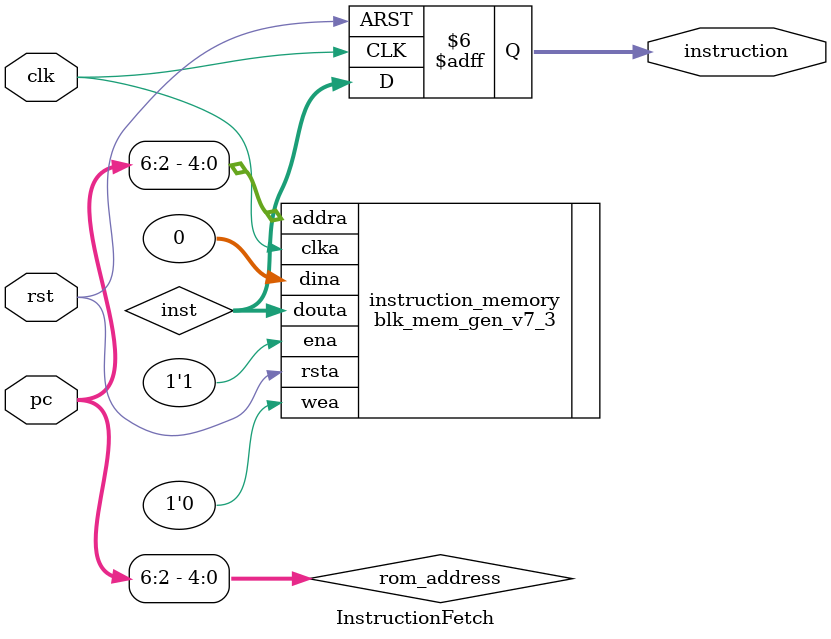
<source format=v>
`timescale 1ns / 1ps
`default_nettype none

//////////////////////////////////////////////////////////////////////////////////

// A module to read the input instructions using the BRAM
module InstructionFetch(input wire [31:0] pc,output reg [31:0] instruction,input wire clk,input wire rst);
	reg [2:0] fetch_possible;
	wire [4:0] rom_address;
	assign rom_address = pc[6:2];
	reg [2:0] ifid;
	wire [31:0] inst;

	always@(negedge rst)
	begin
			fetch_possible<=3'b111;
			ifid<=3'b101;		
	end
	
	blk_mem_gen_v7_3 instruction_memory(.clka(clk),.rsta(rst),.ena(1'b1),.wea(1'b0),.addra(rom_address),.dina(32'd0),.douta(inst));
	

	always@(posedge clk or posedge rst)
	begin
		ifid<=0;
		instruction <= inst;
		fetch_possible<=0;
		if(rst)
		begin
			fetch_possible<=3'b111;
			instruction<=32'b11111111111111111111111111111111;
			ifid<=3'b101;		
		end
		ifid<=3'b010;
		fetch_possible=3'b100;
	end

	always@(negedge clk)
	begin
			fetch_possible<=3'b111;
			ifid<=3'b101;		
	end


endmodule

</source>
